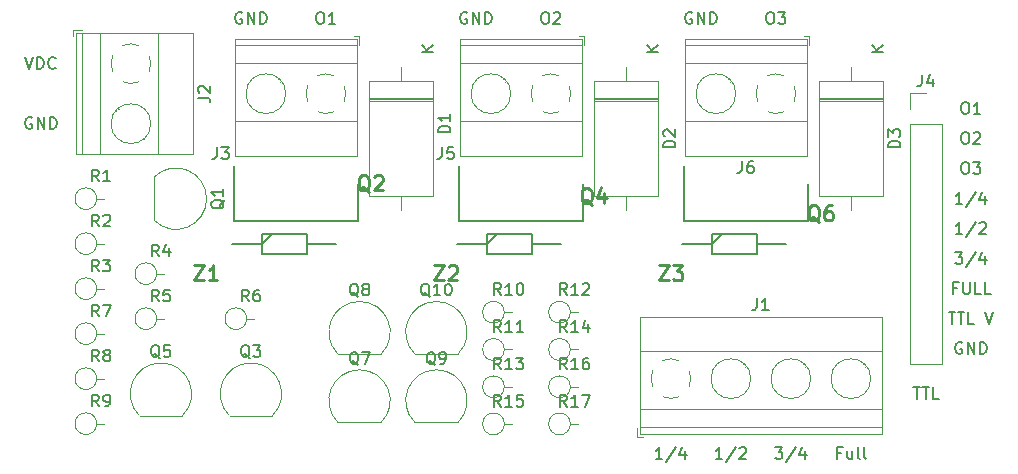
<source format=gbr>
%TF.GenerationSoftware,KiCad,Pcbnew,(5.1.9)-1*%
%TF.CreationDate,2021-10-09T19:01:39-07:00*%
%TF.ProjectId,HVAC Moisture Recovery system,48564143-204d-46f6-9973-747572652052,rev?*%
%TF.SameCoordinates,Original*%
%TF.FileFunction,Legend,Top*%
%TF.FilePolarity,Positive*%
%FSLAX46Y46*%
G04 Gerber Fmt 4.6, Leading zero omitted, Abs format (unit mm)*
G04 Created by KiCad (PCBNEW (5.1.9)-1) date 2021-10-09 19:01:39*
%MOMM*%
%LPD*%
G01*
G04 APERTURE LIST*
%ADD10C,0.150000*%
%ADD11C,0.200000*%
%ADD12C,0.120000*%
%ADD13C,0.254000*%
G04 APERTURE END LIST*
D10*
X160718571Y-121372380D02*
X160909047Y-121372380D01*
X161004285Y-121420000D01*
X161099523Y-121515238D01*
X161147142Y-121705714D01*
X161147142Y-122039047D01*
X161099523Y-122229523D01*
X161004285Y-122324761D01*
X160909047Y-122372380D01*
X160718571Y-122372380D01*
X160623333Y-122324761D01*
X160528095Y-122229523D01*
X160480476Y-122039047D01*
X160480476Y-121705714D01*
X160528095Y-121515238D01*
X160623333Y-121420000D01*
X160718571Y-121372380D01*
X162099523Y-122372380D02*
X161528095Y-122372380D01*
X161813809Y-122372380D02*
X161813809Y-121372380D01*
X161718571Y-121515238D01*
X161623333Y-121610476D01*
X161528095Y-121658095D01*
X160718571Y-123912380D02*
X160909047Y-123912380D01*
X161004285Y-123960000D01*
X161099523Y-124055238D01*
X161147142Y-124245714D01*
X161147142Y-124579047D01*
X161099523Y-124769523D01*
X161004285Y-124864761D01*
X160909047Y-124912380D01*
X160718571Y-124912380D01*
X160623333Y-124864761D01*
X160528095Y-124769523D01*
X160480476Y-124579047D01*
X160480476Y-124245714D01*
X160528095Y-124055238D01*
X160623333Y-123960000D01*
X160718571Y-123912380D01*
X161528095Y-124007619D02*
X161575714Y-123960000D01*
X161670952Y-123912380D01*
X161909047Y-123912380D01*
X162004285Y-123960000D01*
X162051904Y-124007619D01*
X162099523Y-124102857D01*
X162099523Y-124198095D01*
X162051904Y-124340952D01*
X161480476Y-124912380D01*
X162099523Y-124912380D01*
X160718571Y-126452380D02*
X160909047Y-126452380D01*
X161004285Y-126500000D01*
X161099523Y-126595238D01*
X161147142Y-126785714D01*
X161147142Y-127119047D01*
X161099523Y-127309523D01*
X161004285Y-127404761D01*
X160909047Y-127452380D01*
X160718571Y-127452380D01*
X160623333Y-127404761D01*
X160528095Y-127309523D01*
X160480476Y-127119047D01*
X160480476Y-126785714D01*
X160528095Y-126595238D01*
X160623333Y-126500000D01*
X160718571Y-126452380D01*
X161480476Y-126452380D02*
X162099523Y-126452380D01*
X161766190Y-126833333D01*
X161909047Y-126833333D01*
X162004285Y-126880952D01*
X162051904Y-126928571D01*
X162099523Y-127023809D01*
X162099523Y-127261904D01*
X162051904Y-127357142D01*
X162004285Y-127404761D01*
X161909047Y-127452380D01*
X161623333Y-127452380D01*
X161528095Y-127404761D01*
X161480476Y-127357142D01*
X160575714Y-132532380D02*
X160004285Y-132532380D01*
X160290000Y-132532380D02*
X160290000Y-131532380D01*
X160194761Y-131675238D01*
X160099523Y-131770476D01*
X160004285Y-131818095D01*
X161718571Y-131484761D02*
X160861428Y-132770476D01*
X162004285Y-131627619D02*
X162051904Y-131580000D01*
X162147142Y-131532380D01*
X162385238Y-131532380D01*
X162480476Y-131580000D01*
X162528095Y-131627619D01*
X162575714Y-131722857D01*
X162575714Y-131818095D01*
X162528095Y-131960952D01*
X161956666Y-132532380D01*
X162575714Y-132532380D01*
X160575714Y-129992380D02*
X160004285Y-129992380D01*
X160290000Y-129992380D02*
X160290000Y-128992380D01*
X160194761Y-129135238D01*
X160099523Y-129230476D01*
X160004285Y-129278095D01*
X161718571Y-128944761D02*
X160861428Y-130230476D01*
X162480476Y-129325714D02*
X162480476Y-129992380D01*
X162242380Y-128944761D02*
X162004285Y-129659047D01*
X162623333Y-129659047D01*
X159956666Y-134072380D02*
X160575714Y-134072380D01*
X160242380Y-134453333D01*
X160385238Y-134453333D01*
X160480476Y-134500952D01*
X160528095Y-134548571D01*
X160575714Y-134643809D01*
X160575714Y-134881904D01*
X160528095Y-134977142D01*
X160480476Y-135024761D01*
X160385238Y-135072380D01*
X160099523Y-135072380D01*
X160004285Y-135024761D01*
X159956666Y-134977142D01*
X161718571Y-134024761D02*
X160861428Y-135310476D01*
X162480476Y-134405714D02*
X162480476Y-135072380D01*
X162242380Y-134024761D02*
X162004285Y-134739047D01*
X162623333Y-134739047D01*
X160099523Y-137088571D02*
X159766190Y-137088571D01*
X159766190Y-137612380D02*
X159766190Y-136612380D01*
X160242380Y-136612380D01*
X160623333Y-136612380D02*
X160623333Y-137421904D01*
X160670952Y-137517142D01*
X160718571Y-137564761D01*
X160813809Y-137612380D01*
X161004285Y-137612380D01*
X161099523Y-137564761D01*
X161147142Y-137517142D01*
X161194761Y-137421904D01*
X161194761Y-136612380D01*
X162147142Y-137612380D02*
X161670952Y-137612380D01*
X161670952Y-136612380D01*
X162956666Y-137612380D02*
X162480476Y-137612380D01*
X162480476Y-136612380D01*
X159409047Y-139152380D02*
X159980476Y-139152380D01*
X159694761Y-140152380D02*
X159694761Y-139152380D01*
X160170952Y-139152380D02*
X160742380Y-139152380D01*
X160456666Y-140152380D02*
X160456666Y-139152380D01*
X161551904Y-140152380D02*
X161075714Y-140152380D01*
X161075714Y-139152380D01*
X162504285Y-139152380D02*
X162837619Y-140152380D01*
X163170952Y-139152380D01*
X160528095Y-141740000D02*
X160432857Y-141692380D01*
X160290000Y-141692380D01*
X160147142Y-141740000D01*
X160051904Y-141835238D01*
X160004285Y-141930476D01*
X159956666Y-142120952D01*
X159956666Y-142263809D01*
X160004285Y-142454285D01*
X160051904Y-142549523D01*
X160147142Y-142644761D01*
X160290000Y-142692380D01*
X160385238Y-142692380D01*
X160528095Y-142644761D01*
X160575714Y-142597142D01*
X160575714Y-142263809D01*
X160385238Y-142263809D01*
X161004285Y-142692380D02*
X161004285Y-141692380D01*
X161575714Y-142692380D01*
X161575714Y-141692380D01*
X162051904Y-142692380D02*
X162051904Y-141692380D01*
X162290000Y-141692380D01*
X162432857Y-141740000D01*
X162528095Y-141835238D01*
X162575714Y-141930476D01*
X162623333Y-142120952D01*
X162623333Y-142263809D01*
X162575714Y-142454285D01*
X162528095Y-142549523D01*
X162432857Y-142644761D01*
X162290000Y-142692380D01*
X162051904Y-142692380D01*
X156408571Y-145502380D02*
X156980000Y-145502380D01*
X156694285Y-146502380D02*
X156694285Y-145502380D01*
X157170476Y-145502380D02*
X157741904Y-145502380D01*
X157456190Y-146502380D02*
X157456190Y-145502380D01*
X158551428Y-146502380D02*
X158075238Y-146502380D01*
X158075238Y-145502380D01*
X144208571Y-113752380D02*
X144399047Y-113752380D01*
X144494285Y-113800000D01*
X144589523Y-113895238D01*
X144637142Y-114085714D01*
X144637142Y-114419047D01*
X144589523Y-114609523D01*
X144494285Y-114704761D01*
X144399047Y-114752380D01*
X144208571Y-114752380D01*
X144113333Y-114704761D01*
X144018095Y-114609523D01*
X143970476Y-114419047D01*
X143970476Y-114085714D01*
X144018095Y-113895238D01*
X144113333Y-113800000D01*
X144208571Y-113752380D01*
X144970476Y-113752380D02*
X145589523Y-113752380D01*
X145256190Y-114133333D01*
X145399047Y-114133333D01*
X145494285Y-114180952D01*
X145541904Y-114228571D01*
X145589523Y-114323809D01*
X145589523Y-114561904D01*
X145541904Y-114657142D01*
X145494285Y-114704761D01*
X145399047Y-114752380D01*
X145113333Y-114752380D01*
X145018095Y-114704761D01*
X144970476Y-114657142D01*
X125158571Y-113752380D02*
X125349047Y-113752380D01*
X125444285Y-113800000D01*
X125539523Y-113895238D01*
X125587142Y-114085714D01*
X125587142Y-114419047D01*
X125539523Y-114609523D01*
X125444285Y-114704761D01*
X125349047Y-114752380D01*
X125158571Y-114752380D01*
X125063333Y-114704761D01*
X124968095Y-114609523D01*
X124920476Y-114419047D01*
X124920476Y-114085714D01*
X124968095Y-113895238D01*
X125063333Y-113800000D01*
X125158571Y-113752380D01*
X125968095Y-113847619D02*
X126015714Y-113800000D01*
X126110952Y-113752380D01*
X126349047Y-113752380D01*
X126444285Y-113800000D01*
X126491904Y-113847619D01*
X126539523Y-113942857D01*
X126539523Y-114038095D01*
X126491904Y-114180952D01*
X125920476Y-114752380D01*
X126539523Y-114752380D01*
X106108571Y-113752380D02*
X106299047Y-113752380D01*
X106394285Y-113800000D01*
X106489523Y-113895238D01*
X106537142Y-114085714D01*
X106537142Y-114419047D01*
X106489523Y-114609523D01*
X106394285Y-114704761D01*
X106299047Y-114752380D01*
X106108571Y-114752380D01*
X106013333Y-114704761D01*
X105918095Y-114609523D01*
X105870476Y-114419047D01*
X105870476Y-114085714D01*
X105918095Y-113895238D01*
X106013333Y-113800000D01*
X106108571Y-113752380D01*
X107489523Y-114752380D02*
X106918095Y-114752380D01*
X107203809Y-114752380D02*
X107203809Y-113752380D01*
X107108571Y-113895238D01*
X107013333Y-113990476D01*
X106918095Y-114038095D01*
X137668095Y-113800000D02*
X137572857Y-113752380D01*
X137430000Y-113752380D01*
X137287142Y-113800000D01*
X137191904Y-113895238D01*
X137144285Y-113990476D01*
X137096666Y-114180952D01*
X137096666Y-114323809D01*
X137144285Y-114514285D01*
X137191904Y-114609523D01*
X137287142Y-114704761D01*
X137430000Y-114752380D01*
X137525238Y-114752380D01*
X137668095Y-114704761D01*
X137715714Y-114657142D01*
X137715714Y-114323809D01*
X137525238Y-114323809D01*
X138144285Y-114752380D02*
X138144285Y-113752380D01*
X138715714Y-114752380D01*
X138715714Y-113752380D01*
X139191904Y-114752380D02*
X139191904Y-113752380D01*
X139430000Y-113752380D01*
X139572857Y-113800000D01*
X139668095Y-113895238D01*
X139715714Y-113990476D01*
X139763333Y-114180952D01*
X139763333Y-114323809D01*
X139715714Y-114514285D01*
X139668095Y-114609523D01*
X139572857Y-114704761D01*
X139430000Y-114752380D01*
X139191904Y-114752380D01*
X118618095Y-113800000D02*
X118522857Y-113752380D01*
X118380000Y-113752380D01*
X118237142Y-113800000D01*
X118141904Y-113895238D01*
X118094285Y-113990476D01*
X118046666Y-114180952D01*
X118046666Y-114323809D01*
X118094285Y-114514285D01*
X118141904Y-114609523D01*
X118237142Y-114704761D01*
X118380000Y-114752380D01*
X118475238Y-114752380D01*
X118618095Y-114704761D01*
X118665714Y-114657142D01*
X118665714Y-114323809D01*
X118475238Y-114323809D01*
X119094285Y-114752380D02*
X119094285Y-113752380D01*
X119665714Y-114752380D01*
X119665714Y-113752380D01*
X120141904Y-114752380D02*
X120141904Y-113752380D01*
X120380000Y-113752380D01*
X120522857Y-113800000D01*
X120618095Y-113895238D01*
X120665714Y-113990476D01*
X120713333Y-114180952D01*
X120713333Y-114323809D01*
X120665714Y-114514285D01*
X120618095Y-114609523D01*
X120522857Y-114704761D01*
X120380000Y-114752380D01*
X120141904Y-114752380D01*
X99568095Y-113800000D02*
X99472857Y-113752380D01*
X99330000Y-113752380D01*
X99187142Y-113800000D01*
X99091904Y-113895238D01*
X99044285Y-113990476D01*
X98996666Y-114180952D01*
X98996666Y-114323809D01*
X99044285Y-114514285D01*
X99091904Y-114609523D01*
X99187142Y-114704761D01*
X99330000Y-114752380D01*
X99425238Y-114752380D01*
X99568095Y-114704761D01*
X99615714Y-114657142D01*
X99615714Y-114323809D01*
X99425238Y-114323809D01*
X100044285Y-114752380D02*
X100044285Y-113752380D01*
X100615714Y-114752380D01*
X100615714Y-113752380D01*
X101091904Y-114752380D02*
X101091904Y-113752380D01*
X101330000Y-113752380D01*
X101472857Y-113800000D01*
X101568095Y-113895238D01*
X101615714Y-113990476D01*
X101663333Y-114180952D01*
X101663333Y-114323809D01*
X101615714Y-114514285D01*
X101568095Y-114609523D01*
X101472857Y-114704761D01*
X101330000Y-114752380D01*
X101091904Y-114752380D01*
X150296666Y-151058571D02*
X149963333Y-151058571D01*
X149963333Y-151582380D02*
X149963333Y-150582380D01*
X150439523Y-150582380D01*
X151249047Y-150915714D02*
X151249047Y-151582380D01*
X150820476Y-150915714D02*
X150820476Y-151439523D01*
X150868095Y-151534761D01*
X150963333Y-151582380D01*
X151106190Y-151582380D01*
X151201428Y-151534761D01*
X151249047Y-151487142D01*
X151868095Y-151582380D02*
X151772857Y-151534761D01*
X151725238Y-151439523D01*
X151725238Y-150582380D01*
X152391904Y-151582380D02*
X152296666Y-151534761D01*
X152249047Y-151439523D01*
X152249047Y-150582380D01*
X144716666Y-150582380D02*
X145335714Y-150582380D01*
X145002380Y-150963333D01*
X145145238Y-150963333D01*
X145240476Y-151010952D01*
X145288095Y-151058571D01*
X145335714Y-151153809D01*
X145335714Y-151391904D01*
X145288095Y-151487142D01*
X145240476Y-151534761D01*
X145145238Y-151582380D01*
X144859523Y-151582380D01*
X144764285Y-151534761D01*
X144716666Y-151487142D01*
X146478571Y-150534761D02*
X145621428Y-151820476D01*
X147240476Y-150915714D02*
X147240476Y-151582380D01*
X147002380Y-150534761D02*
X146764285Y-151249047D01*
X147383333Y-151249047D01*
X140255714Y-151582380D02*
X139684285Y-151582380D01*
X139970000Y-151582380D02*
X139970000Y-150582380D01*
X139874761Y-150725238D01*
X139779523Y-150820476D01*
X139684285Y-150868095D01*
X141398571Y-150534761D02*
X140541428Y-151820476D01*
X141684285Y-150677619D02*
X141731904Y-150630000D01*
X141827142Y-150582380D01*
X142065238Y-150582380D01*
X142160476Y-150630000D01*
X142208095Y-150677619D01*
X142255714Y-150772857D01*
X142255714Y-150868095D01*
X142208095Y-151010952D01*
X141636666Y-151582380D01*
X142255714Y-151582380D01*
X135175714Y-151582380D02*
X134604285Y-151582380D01*
X134890000Y-151582380D02*
X134890000Y-150582380D01*
X134794761Y-150725238D01*
X134699523Y-150820476D01*
X134604285Y-150868095D01*
X136318571Y-150534761D02*
X135461428Y-151820476D01*
X137080476Y-150915714D02*
X137080476Y-151582380D01*
X136842380Y-150534761D02*
X136604285Y-151249047D01*
X137223333Y-151249047D01*
X81788095Y-122690000D02*
X81692857Y-122642380D01*
X81550000Y-122642380D01*
X81407142Y-122690000D01*
X81311904Y-122785238D01*
X81264285Y-122880476D01*
X81216666Y-123070952D01*
X81216666Y-123213809D01*
X81264285Y-123404285D01*
X81311904Y-123499523D01*
X81407142Y-123594761D01*
X81550000Y-123642380D01*
X81645238Y-123642380D01*
X81788095Y-123594761D01*
X81835714Y-123547142D01*
X81835714Y-123213809D01*
X81645238Y-123213809D01*
X82264285Y-123642380D02*
X82264285Y-122642380D01*
X82835714Y-123642380D01*
X82835714Y-122642380D01*
X83311904Y-123642380D02*
X83311904Y-122642380D01*
X83550000Y-122642380D01*
X83692857Y-122690000D01*
X83788095Y-122785238D01*
X83835714Y-122880476D01*
X83883333Y-123070952D01*
X83883333Y-123213809D01*
X83835714Y-123404285D01*
X83788095Y-123499523D01*
X83692857Y-123594761D01*
X83550000Y-123642380D01*
X83311904Y-123642380D01*
X81216666Y-117562380D02*
X81550000Y-118562380D01*
X81883333Y-117562380D01*
X82216666Y-118562380D02*
X82216666Y-117562380D01*
X82454761Y-117562380D01*
X82597619Y-117610000D01*
X82692857Y-117705238D01*
X82740476Y-117800476D01*
X82788095Y-117990952D01*
X82788095Y-118133809D01*
X82740476Y-118324285D01*
X82692857Y-118419523D01*
X82597619Y-118514761D01*
X82454761Y-118562380D01*
X82216666Y-118562380D01*
X83788095Y-118467142D02*
X83740476Y-118514761D01*
X83597619Y-118562380D01*
X83502380Y-118562380D01*
X83359523Y-118514761D01*
X83264285Y-118419523D01*
X83216666Y-118324285D01*
X83169047Y-118133809D01*
X83169047Y-117990952D01*
X83216666Y-117800476D01*
X83264285Y-117705238D01*
X83359523Y-117610000D01*
X83502380Y-117562380D01*
X83597619Y-117562380D01*
X83740476Y-117610000D01*
X83788095Y-117657619D01*
D11*
%TO.C,Z3*%
X139338000Y-132490000D02*
X143142000Y-132490000D01*
X143142000Y-132490000D02*
X143142000Y-134210000D01*
X143142000Y-134210000D02*
X139338000Y-134210000D01*
X139338000Y-134210000D02*
X139338000Y-132490000D01*
X139338000Y-133350000D02*
X140198000Y-132490000D01*
X136815000Y-133350000D02*
X139338000Y-133350000D01*
X143142000Y-133350000D02*
X145665000Y-133350000D01*
%TO.C,Z2*%
X120288000Y-132490000D02*
X124092000Y-132490000D01*
X124092000Y-132490000D02*
X124092000Y-134210000D01*
X124092000Y-134210000D02*
X120288000Y-134210000D01*
X120288000Y-134210000D02*
X120288000Y-132490000D01*
X120288000Y-133350000D02*
X121148000Y-132490000D01*
X117765000Y-133350000D02*
X120288000Y-133350000D01*
X124092000Y-133350000D02*
X126615000Y-133350000D01*
%TO.C,Z1*%
X101238000Y-132490000D02*
X105042000Y-132490000D01*
X105042000Y-132490000D02*
X105042000Y-134210000D01*
X105042000Y-134210000D02*
X101238000Y-134210000D01*
X101238000Y-134210000D02*
X101238000Y-132490000D01*
X101238000Y-133350000D02*
X102098000Y-132490000D01*
X98715000Y-133350000D02*
X101238000Y-133350000D01*
X105042000Y-133350000D02*
X107565000Y-133350000D01*
%TO.C,Q6*%
X136970000Y-126775000D02*
X136970000Y-131465000D01*
X136970000Y-131465000D02*
X147510000Y-131465000D01*
X147510000Y-131465000D02*
X147510000Y-128270000D01*
%TO.C,Q4*%
X117920000Y-126775000D02*
X117920000Y-131465000D01*
X117920000Y-131465000D02*
X128460000Y-131465000D01*
X128460000Y-131465000D02*
X128460000Y-128270000D01*
%TO.C,Q2*%
X98870000Y-126775000D02*
X98870000Y-131465000D01*
X98870000Y-131465000D02*
X109410000Y-131465000D01*
X109410000Y-131465000D02*
X109410000Y-128270000D01*
D12*
%TO.C,J2*%
X88489747Y-118138805D02*
G75*
G02*
X88635000Y-117426000I1680253J28805D01*
G01*
X89486958Y-116574574D02*
G75*
G02*
X90854000Y-116575000I683042J-1535426D01*
G01*
X91705426Y-117426958D02*
G75*
G02*
X91705000Y-118794000I-1535426J-683042D01*
G01*
X90853042Y-119645426D02*
G75*
G02*
X89486000Y-119645000I-683042J1535426D01*
G01*
X88635244Y-118793318D02*
G75*
G02*
X88490000Y-118110000I1534756J683318D01*
G01*
X91850000Y-123190000D02*
G75*
G03*
X91850000Y-123190000I-1680000J0D01*
G01*
X86070000Y-115510000D02*
X86070000Y-125790000D01*
X87570000Y-115510000D02*
X87570000Y-125790000D01*
X92471000Y-115510000D02*
X92471000Y-125790000D01*
X95431000Y-115510000D02*
X95431000Y-125790000D01*
X85510000Y-115510000D02*
X85510000Y-125790000D01*
X95431000Y-115510000D02*
X85510000Y-115510000D01*
X95431000Y-125790000D02*
X85510000Y-125790000D01*
X91239000Y-124465000D02*
X91193000Y-124418000D01*
X88931000Y-122156000D02*
X88896000Y-122121000D01*
X91445000Y-124260000D02*
X91409000Y-124225000D01*
X89147000Y-121963000D02*
X89101000Y-121916000D01*
X86010000Y-115270000D02*
X85270000Y-115270000D01*
X85270000Y-115270000D02*
X85270000Y-115770000D01*
%TO.C,J4*%
X156150000Y-143570000D02*
X158810000Y-143570000D01*
X156150000Y-123190000D02*
X156150000Y-143570000D01*
X158810000Y-123190000D02*
X158810000Y-143570000D01*
X156150000Y-123190000D02*
X158810000Y-123190000D01*
X156150000Y-121920000D02*
X156150000Y-120590000D01*
X156150000Y-120590000D02*
X157480000Y-120590000D01*
%TO.C,J1*%
X135918805Y-146460253D02*
G75*
G02*
X135206000Y-146315000I-28805J1680253D01*
G01*
X134354574Y-145463042D02*
G75*
G02*
X134355000Y-144096000I1535426J683042D01*
G01*
X135206958Y-143244574D02*
G75*
G02*
X136574000Y-143245000I683042J-1535426D01*
G01*
X137425426Y-144096958D02*
G75*
G02*
X137425000Y-145464000I-1535426J-683042D01*
G01*
X136573318Y-146314756D02*
G75*
G02*
X135890000Y-146460000I-683318J1534756D01*
G01*
X142650000Y-144780000D02*
G75*
G03*
X142650000Y-144780000I-1680000J0D01*
G01*
X147730000Y-144780000D02*
G75*
G03*
X147730000Y-144780000I-1680000J0D01*
G01*
X152810000Y-144780000D02*
G75*
G03*
X152810000Y-144780000I-1680000J0D01*
G01*
X133290000Y-148880000D02*
X153730000Y-148880000D01*
X133290000Y-147380000D02*
X153730000Y-147380000D01*
X133290000Y-142479000D02*
X153730000Y-142479000D01*
X133290000Y-139519000D02*
X153730000Y-139519000D01*
X133290000Y-149440000D02*
X153730000Y-149440000D01*
X133290000Y-139519000D02*
X133290000Y-149440000D01*
X153730000Y-139519000D02*
X153730000Y-149440000D01*
X142245000Y-143711000D02*
X142198000Y-143757000D01*
X139936000Y-146019000D02*
X139901000Y-146054000D01*
X142040000Y-143505000D02*
X142005000Y-143541000D01*
X139743000Y-145803000D02*
X139696000Y-145849000D01*
X147325000Y-143711000D02*
X147278000Y-143757000D01*
X145016000Y-146019000D02*
X144981000Y-146054000D01*
X147120000Y-143505000D02*
X147085000Y-143541000D01*
X144823000Y-145803000D02*
X144776000Y-145849000D01*
X152405000Y-143711000D02*
X152358000Y-143757000D01*
X150096000Y-146019000D02*
X150061000Y-146054000D01*
X152200000Y-143505000D02*
X152165000Y-143541000D01*
X149903000Y-145803000D02*
X149856000Y-145849000D01*
X133050000Y-148940000D02*
X133050000Y-149680000D01*
X133050000Y-149680000D02*
X133550000Y-149680000D01*
%TO.C,R17*%
X127380000Y-148610000D02*
G75*
G03*
X127380000Y-148610000I-920000J0D01*
G01*
X127380000Y-148610000D02*
X128000000Y-148610000D01*
%TO.C,R16*%
X127380000Y-145460000D02*
G75*
G03*
X127380000Y-145460000I-920000J0D01*
G01*
X127380000Y-145460000D02*
X128000000Y-145460000D01*
%TO.C,R15*%
X121790000Y-148610000D02*
G75*
G03*
X121790000Y-148610000I-920000J0D01*
G01*
X121790000Y-148610000D02*
X122410000Y-148610000D01*
%TO.C,R14*%
X127380000Y-142310000D02*
G75*
G03*
X127380000Y-142310000I-920000J0D01*
G01*
X127380000Y-142310000D02*
X128000000Y-142310000D01*
%TO.C,R13*%
X121790000Y-145460000D02*
G75*
G03*
X121790000Y-145460000I-920000J0D01*
G01*
X121790000Y-145460000D02*
X122410000Y-145460000D01*
%TO.C,R12*%
X127380000Y-139160000D02*
G75*
G03*
X127380000Y-139160000I-920000J0D01*
G01*
X127380000Y-139160000D02*
X128000000Y-139160000D01*
%TO.C,R11*%
X121790000Y-142310000D02*
G75*
G03*
X121790000Y-142310000I-920000J0D01*
G01*
X121790000Y-142310000D02*
X122410000Y-142310000D01*
%TO.C,R10*%
X121790000Y-139160000D02*
G75*
G03*
X121790000Y-139160000I-920000J0D01*
G01*
X121790000Y-139160000D02*
X122410000Y-139160000D01*
%TO.C,R9*%
X87280000Y-148590000D02*
G75*
G03*
X87280000Y-148590000I-920000J0D01*
G01*
X87280000Y-148590000D02*
X87900000Y-148590000D01*
%TO.C,R8*%
X87280000Y-144780000D02*
G75*
G03*
X87280000Y-144780000I-920000J0D01*
G01*
X87280000Y-144780000D02*
X87900000Y-144780000D01*
%TO.C,R7*%
X87280000Y-140970000D02*
G75*
G03*
X87280000Y-140970000I-920000J0D01*
G01*
X87280000Y-140970000D02*
X87900000Y-140970000D01*
%TO.C,R6*%
X99980000Y-139700000D02*
G75*
G03*
X99980000Y-139700000I-920000J0D01*
G01*
X99980000Y-139700000D02*
X100600000Y-139700000D01*
%TO.C,R5*%
X92360000Y-139700000D02*
G75*
G03*
X92360000Y-139700000I-920000J0D01*
G01*
X92360000Y-139700000D02*
X92980000Y-139700000D01*
%TO.C,R4*%
X92360000Y-135890000D02*
G75*
G03*
X92360000Y-135890000I-920000J0D01*
G01*
X92360000Y-135890000D02*
X92980000Y-135890000D01*
%TO.C,R3*%
X87280000Y-137160000D02*
G75*
G03*
X87280000Y-137160000I-920000J0D01*
G01*
X87280000Y-137160000D02*
X87900000Y-137160000D01*
%TO.C,R2*%
X87280000Y-133350000D02*
G75*
G03*
X87280000Y-133350000I-920000J0D01*
G01*
X87280000Y-133350000D02*
X87900000Y-133350000D01*
%TO.C,R1*%
X87280000Y-129540000D02*
G75*
G03*
X87280000Y-129540000I-920000J0D01*
G01*
X87280000Y-129540000D02*
X87900000Y-129540000D01*
%TO.C,Q10*%
X117878478Y-142678478D02*
G75*
G03*
X116040000Y-138240000I-1838478J1838478D01*
G01*
X114201522Y-142678478D02*
G75*
G02*
X116040000Y-138240000I1838478J1838478D01*
G01*
X114240000Y-142690000D02*
X117840000Y-142690000D01*
%TO.C,Q9*%
X117878478Y-148468478D02*
G75*
G03*
X116040000Y-144030000I-1838478J1838478D01*
G01*
X114201522Y-148468478D02*
G75*
G02*
X116040000Y-144030000I1838478J1838478D01*
G01*
X114240000Y-148480000D02*
X117840000Y-148480000D01*
%TO.C,Q8*%
X111368478Y-142678478D02*
G75*
G03*
X109530000Y-138240000I-1838478J1838478D01*
G01*
X107691522Y-142678478D02*
G75*
G02*
X109530000Y-138240000I1838478J1838478D01*
G01*
X107730000Y-142690000D02*
X111330000Y-142690000D01*
%TO.C,Q7*%
X111368478Y-148468478D02*
G75*
G03*
X109530000Y-144030000I-1838478J1838478D01*
G01*
X107691522Y-148468478D02*
G75*
G02*
X109530000Y-144030000I1838478J1838478D01*
G01*
X107730000Y-148480000D02*
X111330000Y-148480000D01*
%TO.C,Q5*%
X94548478Y-147888478D02*
G75*
G03*
X92710000Y-143450000I-1838478J1838478D01*
G01*
X90871522Y-147888478D02*
G75*
G02*
X92710000Y-143450000I1838478J1838478D01*
G01*
X90910000Y-147900000D02*
X94510000Y-147900000D01*
%TO.C,Q3*%
X102168478Y-147888478D02*
G75*
G03*
X100330000Y-143450000I-1838478J1838478D01*
G01*
X98491522Y-147888478D02*
G75*
G02*
X100330000Y-143450000I1838478J1838478D01*
G01*
X98530000Y-147900000D02*
X102130000Y-147900000D01*
%TO.C,Q1*%
X92141522Y-131378478D02*
G75*
G03*
X96580000Y-129540000I1838478J1838478D01*
G01*
X92141522Y-127701522D02*
G75*
G02*
X96580000Y-129540000I1838478J-1838478D01*
G01*
X92130000Y-127740000D02*
X92130000Y-131340000D01*
%TO.C,J6*%
X144751195Y-118969747D02*
G75*
G02*
X145464000Y-119115000I28805J-1680253D01*
G01*
X146315426Y-119966958D02*
G75*
G02*
X146315000Y-121334000I-1535426J-683042D01*
G01*
X145463042Y-122185426D02*
G75*
G02*
X144096000Y-122185000I-683042J1535426D01*
G01*
X143244574Y-121333042D02*
G75*
G02*
X143245000Y-119966000I1535426J683042D01*
G01*
X144096682Y-119115244D02*
G75*
G02*
X144780000Y-118970000I683318J-1534756D01*
G01*
X141380000Y-120650000D02*
G75*
G03*
X141380000Y-120650000I-1680000J0D01*
G01*
X147380000Y-116550000D02*
X137100000Y-116550000D01*
X147380000Y-118050000D02*
X137100000Y-118050000D01*
X147380000Y-122951000D02*
X137100000Y-122951000D01*
X147380000Y-125911000D02*
X137100000Y-125911000D01*
X147380000Y-115990000D02*
X137100000Y-115990000D01*
X147380000Y-125911000D02*
X147380000Y-115990000D01*
X137100000Y-125911000D02*
X137100000Y-115990000D01*
X138425000Y-121719000D02*
X138472000Y-121673000D01*
X140734000Y-119411000D02*
X140769000Y-119376000D01*
X138630000Y-121925000D02*
X138665000Y-121889000D01*
X140927000Y-119627000D02*
X140974000Y-119581000D01*
X147620000Y-116490000D02*
X147620000Y-115750000D01*
X147620000Y-115750000D02*
X147120000Y-115750000D01*
%TO.C,J5*%
X125701195Y-118969747D02*
G75*
G02*
X126414000Y-119115000I28805J-1680253D01*
G01*
X127265426Y-119966958D02*
G75*
G02*
X127265000Y-121334000I-1535426J-683042D01*
G01*
X126413042Y-122185426D02*
G75*
G02*
X125046000Y-122185000I-683042J1535426D01*
G01*
X124194574Y-121333042D02*
G75*
G02*
X124195000Y-119966000I1535426J683042D01*
G01*
X125046682Y-119115244D02*
G75*
G02*
X125730000Y-118970000I683318J-1534756D01*
G01*
X122330000Y-120650000D02*
G75*
G03*
X122330000Y-120650000I-1680000J0D01*
G01*
X128330000Y-116550000D02*
X118050000Y-116550000D01*
X128330000Y-118050000D02*
X118050000Y-118050000D01*
X128330000Y-122951000D02*
X118050000Y-122951000D01*
X128330000Y-125911000D02*
X118050000Y-125911000D01*
X128330000Y-115990000D02*
X118050000Y-115990000D01*
X128330000Y-125911000D02*
X128330000Y-115990000D01*
X118050000Y-125911000D02*
X118050000Y-115990000D01*
X119375000Y-121719000D02*
X119422000Y-121673000D01*
X121684000Y-119411000D02*
X121719000Y-119376000D01*
X119580000Y-121925000D02*
X119615000Y-121889000D01*
X121877000Y-119627000D02*
X121924000Y-119581000D01*
X128570000Y-116490000D02*
X128570000Y-115750000D01*
X128570000Y-115750000D02*
X128070000Y-115750000D01*
%TO.C,J3*%
X106651195Y-118969747D02*
G75*
G02*
X107364000Y-119115000I28805J-1680253D01*
G01*
X108215426Y-119966958D02*
G75*
G02*
X108215000Y-121334000I-1535426J-683042D01*
G01*
X107363042Y-122185426D02*
G75*
G02*
X105996000Y-122185000I-683042J1535426D01*
G01*
X105144574Y-121333042D02*
G75*
G02*
X105145000Y-119966000I1535426J683042D01*
G01*
X105996682Y-119115244D02*
G75*
G02*
X106680000Y-118970000I683318J-1534756D01*
G01*
X103280000Y-120650000D02*
G75*
G03*
X103280000Y-120650000I-1680000J0D01*
G01*
X109280000Y-116550000D02*
X99000000Y-116550000D01*
X109280000Y-118050000D02*
X99000000Y-118050000D01*
X109280000Y-122951000D02*
X99000000Y-122951000D01*
X109280000Y-125911000D02*
X99000000Y-125911000D01*
X109280000Y-115990000D02*
X99000000Y-115990000D01*
X109280000Y-125911000D02*
X109280000Y-115990000D01*
X99000000Y-125911000D02*
X99000000Y-115990000D01*
X100325000Y-121719000D02*
X100372000Y-121673000D01*
X102634000Y-119411000D02*
X102669000Y-119376000D01*
X100530000Y-121925000D02*
X100565000Y-121889000D01*
X102827000Y-119627000D02*
X102874000Y-119581000D01*
X109520000Y-116490000D02*
X109520000Y-115750000D01*
X109520000Y-115750000D02*
X109020000Y-115750000D01*
%TO.C,D3*%
X153855000Y-119575000D02*
X148405000Y-119575000D01*
X148405000Y-119575000D02*
X148405000Y-129345000D01*
X148405000Y-129345000D02*
X153855000Y-129345000D01*
X153855000Y-129345000D02*
X153855000Y-119575000D01*
X151130000Y-118380000D02*
X151130000Y-119575000D01*
X151130000Y-130540000D02*
X151130000Y-129345000D01*
X153855000Y-121124500D02*
X148405000Y-121124500D01*
X153855000Y-121244500D02*
X148405000Y-121244500D01*
X153855000Y-121004500D02*
X148405000Y-121004500D01*
%TO.C,D2*%
X134805000Y-119575000D02*
X129355000Y-119575000D01*
X129355000Y-119575000D02*
X129355000Y-129345000D01*
X129355000Y-129345000D02*
X134805000Y-129345000D01*
X134805000Y-129345000D02*
X134805000Y-119575000D01*
X132080000Y-118380000D02*
X132080000Y-119575000D01*
X132080000Y-130540000D02*
X132080000Y-129345000D01*
X134805000Y-121124500D02*
X129355000Y-121124500D01*
X134805000Y-121244500D02*
X129355000Y-121244500D01*
X134805000Y-121004500D02*
X129355000Y-121004500D01*
%TO.C,D1*%
X115755000Y-119575000D02*
X110305000Y-119575000D01*
X110305000Y-119575000D02*
X110305000Y-129345000D01*
X110305000Y-129345000D02*
X115755000Y-129345000D01*
X115755000Y-129345000D02*
X115755000Y-119575000D01*
X113030000Y-118380000D02*
X113030000Y-119575000D01*
X113030000Y-130540000D02*
X113030000Y-129345000D01*
X115755000Y-121124500D02*
X110305000Y-121124500D01*
X115755000Y-121244500D02*
X110305000Y-121244500D01*
X115755000Y-121004500D02*
X110305000Y-121004500D01*
%TO.C,Z3*%
D13*
X134861904Y-135194523D02*
X135708571Y-135194523D01*
X134861904Y-136464523D01*
X135708571Y-136464523D01*
X136071428Y-135194523D02*
X136857619Y-135194523D01*
X136434285Y-135678333D01*
X136615714Y-135678333D01*
X136736666Y-135738809D01*
X136797142Y-135799285D01*
X136857619Y-135920238D01*
X136857619Y-136222619D01*
X136797142Y-136343571D01*
X136736666Y-136404047D01*
X136615714Y-136464523D01*
X136252857Y-136464523D01*
X136131904Y-136404047D01*
X136071428Y-136343571D01*
%TO.C,Z2*%
X115811904Y-135194523D02*
X116658571Y-135194523D01*
X115811904Y-136464523D01*
X116658571Y-136464523D01*
X117081904Y-135315476D02*
X117142380Y-135255000D01*
X117263333Y-135194523D01*
X117565714Y-135194523D01*
X117686666Y-135255000D01*
X117747142Y-135315476D01*
X117807619Y-135436428D01*
X117807619Y-135557380D01*
X117747142Y-135738809D01*
X117021428Y-136464523D01*
X117807619Y-136464523D01*
%TO.C,Z1*%
X95491904Y-135194523D02*
X96338571Y-135194523D01*
X95491904Y-136464523D01*
X96338571Y-136464523D01*
X97487619Y-136464523D02*
X96761904Y-136464523D01*
X97124761Y-136464523D02*
X97124761Y-135194523D01*
X97003809Y-135375952D01*
X96882857Y-135496904D01*
X96761904Y-135557380D01*
%TO.C,Q6*%
X148469047Y-131505476D02*
X148348095Y-131445000D01*
X148227142Y-131324047D01*
X148045714Y-131142619D01*
X147924761Y-131082142D01*
X147803809Y-131082142D01*
X147864285Y-131384523D02*
X147743333Y-131324047D01*
X147622380Y-131203095D01*
X147561904Y-130961190D01*
X147561904Y-130537857D01*
X147622380Y-130295952D01*
X147743333Y-130175000D01*
X147864285Y-130114523D01*
X148106190Y-130114523D01*
X148227142Y-130175000D01*
X148348095Y-130295952D01*
X148408571Y-130537857D01*
X148408571Y-130961190D01*
X148348095Y-131203095D01*
X148227142Y-131324047D01*
X148106190Y-131384523D01*
X147864285Y-131384523D01*
X149497142Y-130114523D02*
X149255238Y-130114523D01*
X149134285Y-130175000D01*
X149073809Y-130235476D01*
X148952857Y-130416904D01*
X148892380Y-130658809D01*
X148892380Y-131142619D01*
X148952857Y-131263571D01*
X149013333Y-131324047D01*
X149134285Y-131384523D01*
X149376190Y-131384523D01*
X149497142Y-131324047D01*
X149557619Y-131263571D01*
X149618095Y-131142619D01*
X149618095Y-130840238D01*
X149557619Y-130719285D01*
X149497142Y-130658809D01*
X149376190Y-130598333D01*
X149134285Y-130598333D01*
X149013333Y-130658809D01*
X148952857Y-130719285D01*
X148892380Y-130840238D01*
%TO.C,Q4*%
X129234047Y-130040476D02*
X129113095Y-129980000D01*
X128992142Y-129859047D01*
X128810714Y-129677619D01*
X128689761Y-129617142D01*
X128568809Y-129617142D01*
X128629285Y-129919523D02*
X128508333Y-129859047D01*
X128387380Y-129738095D01*
X128326904Y-129496190D01*
X128326904Y-129072857D01*
X128387380Y-128830952D01*
X128508333Y-128710000D01*
X128629285Y-128649523D01*
X128871190Y-128649523D01*
X128992142Y-128710000D01*
X129113095Y-128830952D01*
X129173571Y-129072857D01*
X129173571Y-129496190D01*
X129113095Y-129738095D01*
X128992142Y-129859047D01*
X128871190Y-129919523D01*
X128629285Y-129919523D01*
X130262142Y-129072857D02*
X130262142Y-129919523D01*
X129959761Y-128589047D02*
X129657380Y-129496190D01*
X130443571Y-129496190D01*
%TO.C,Q2*%
X110369047Y-128965476D02*
X110248095Y-128905000D01*
X110127142Y-128784047D01*
X109945714Y-128602619D01*
X109824761Y-128542142D01*
X109703809Y-128542142D01*
X109764285Y-128844523D02*
X109643333Y-128784047D01*
X109522380Y-128663095D01*
X109461904Y-128421190D01*
X109461904Y-127997857D01*
X109522380Y-127755952D01*
X109643333Y-127635000D01*
X109764285Y-127574523D01*
X110006190Y-127574523D01*
X110127142Y-127635000D01*
X110248095Y-127755952D01*
X110308571Y-127997857D01*
X110308571Y-128421190D01*
X110248095Y-128663095D01*
X110127142Y-128784047D01*
X110006190Y-128844523D01*
X109764285Y-128844523D01*
X110792380Y-127695476D02*
X110852857Y-127635000D01*
X110973809Y-127574523D01*
X111276190Y-127574523D01*
X111397142Y-127635000D01*
X111457619Y-127695476D01*
X111518095Y-127816428D01*
X111518095Y-127937380D01*
X111457619Y-128118809D01*
X110731904Y-128844523D01*
X111518095Y-128844523D01*
%TO.C,J2*%
D10*
X95882380Y-120983333D02*
X96596666Y-120983333D01*
X96739523Y-121030952D01*
X96834761Y-121126190D01*
X96882380Y-121269047D01*
X96882380Y-121364285D01*
X95977619Y-120554761D02*
X95930000Y-120507142D01*
X95882380Y-120411904D01*
X95882380Y-120173809D01*
X95930000Y-120078571D01*
X95977619Y-120030952D01*
X96072857Y-119983333D01*
X96168095Y-119983333D01*
X96310952Y-120030952D01*
X96882380Y-120602380D01*
X96882380Y-119983333D01*
%TO.C,J4*%
X157146666Y-119042380D02*
X157146666Y-119756666D01*
X157099047Y-119899523D01*
X157003809Y-119994761D01*
X156860952Y-120042380D01*
X156765714Y-120042380D01*
X158051428Y-119375714D02*
X158051428Y-120042380D01*
X157813333Y-118994761D02*
X157575238Y-119709047D01*
X158194285Y-119709047D01*
%TO.C,J1*%
X143176666Y-137972380D02*
X143176666Y-138686666D01*
X143129047Y-138829523D01*
X143033809Y-138924761D01*
X142890952Y-138972380D01*
X142795714Y-138972380D01*
X144176666Y-138972380D02*
X143605238Y-138972380D01*
X143890952Y-138972380D02*
X143890952Y-137972380D01*
X143795714Y-138115238D01*
X143700476Y-138210476D01*
X143605238Y-138258095D01*
%TO.C,R17*%
X127087142Y-147142380D02*
X126753809Y-146666190D01*
X126515714Y-147142380D02*
X126515714Y-146142380D01*
X126896666Y-146142380D01*
X126991904Y-146190000D01*
X127039523Y-146237619D01*
X127087142Y-146332857D01*
X127087142Y-146475714D01*
X127039523Y-146570952D01*
X126991904Y-146618571D01*
X126896666Y-146666190D01*
X126515714Y-146666190D01*
X128039523Y-147142380D02*
X127468095Y-147142380D01*
X127753809Y-147142380D02*
X127753809Y-146142380D01*
X127658571Y-146285238D01*
X127563333Y-146380476D01*
X127468095Y-146428095D01*
X128372857Y-146142380D02*
X129039523Y-146142380D01*
X128610952Y-147142380D01*
%TO.C,R16*%
X127087142Y-143992380D02*
X126753809Y-143516190D01*
X126515714Y-143992380D02*
X126515714Y-142992380D01*
X126896666Y-142992380D01*
X126991904Y-143040000D01*
X127039523Y-143087619D01*
X127087142Y-143182857D01*
X127087142Y-143325714D01*
X127039523Y-143420952D01*
X126991904Y-143468571D01*
X126896666Y-143516190D01*
X126515714Y-143516190D01*
X128039523Y-143992380D02*
X127468095Y-143992380D01*
X127753809Y-143992380D02*
X127753809Y-142992380D01*
X127658571Y-143135238D01*
X127563333Y-143230476D01*
X127468095Y-143278095D01*
X128896666Y-142992380D02*
X128706190Y-142992380D01*
X128610952Y-143040000D01*
X128563333Y-143087619D01*
X128468095Y-143230476D01*
X128420476Y-143420952D01*
X128420476Y-143801904D01*
X128468095Y-143897142D01*
X128515714Y-143944761D01*
X128610952Y-143992380D01*
X128801428Y-143992380D01*
X128896666Y-143944761D01*
X128944285Y-143897142D01*
X128991904Y-143801904D01*
X128991904Y-143563809D01*
X128944285Y-143468571D01*
X128896666Y-143420952D01*
X128801428Y-143373333D01*
X128610952Y-143373333D01*
X128515714Y-143420952D01*
X128468095Y-143468571D01*
X128420476Y-143563809D01*
%TO.C,R15*%
X121497142Y-147142380D02*
X121163809Y-146666190D01*
X120925714Y-147142380D02*
X120925714Y-146142380D01*
X121306666Y-146142380D01*
X121401904Y-146190000D01*
X121449523Y-146237619D01*
X121497142Y-146332857D01*
X121497142Y-146475714D01*
X121449523Y-146570952D01*
X121401904Y-146618571D01*
X121306666Y-146666190D01*
X120925714Y-146666190D01*
X122449523Y-147142380D02*
X121878095Y-147142380D01*
X122163809Y-147142380D02*
X122163809Y-146142380D01*
X122068571Y-146285238D01*
X121973333Y-146380476D01*
X121878095Y-146428095D01*
X123354285Y-146142380D02*
X122878095Y-146142380D01*
X122830476Y-146618571D01*
X122878095Y-146570952D01*
X122973333Y-146523333D01*
X123211428Y-146523333D01*
X123306666Y-146570952D01*
X123354285Y-146618571D01*
X123401904Y-146713809D01*
X123401904Y-146951904D01*
X123354285Y-147047142D01*
X123306666Y-147094761D01*
X123211428Y-147142380D01*
X122973333Y-147142380D01*
X122878095Y-147094761D01*
X122830476Y-147047142D01*
%TO.C,R14*%
X127087142Y-140842380D02*
X126753809Y-140366190D01*
X126515714Y-140842380D02*
X126515714Y-139842380D01*
X126896666Y-139842380D01*
X126991904Y-139890000D01*
X127039523Y-139937619D01*
X127087142Y-140032857D01*
X127087142Y-140175714D01*
X127039523Y-140270952D01*
X126991904Y-140318571D01*
X126896666Y-140366190D01*
X126515714Y-140366190D01*
X128039523Y-140842380D02*
X127468095Y-140842380D01*
X127753809Y-140842380D02*
X127753809Y-139842380D01*
X127658571Y-139985238D01*
X127563333Y-140080476D01*
X127468095Y-140128095D01*
X128896666Y-140175714D02*
X128896666Y-140842380D01*
X128658571Y-139794761D02*
X128420476Y-140509047D01*
X129039523Y-140509047D01*
%TO.C,R13*%
X121497142Y-143992380D02*
X121163809Y-143516190D01*
X120925714Y-143992380D02*
X120925714Y-142992380D01*
X121306666Y-142992380D01*
X121401904Y-143040000D01*
X121449523Y-143087619D01*
X121497142Y-143182857D01*
X121497142Y-143325714D01*
X121449523Y-143420952D01*
X121401904Y-143468571D01*
X121306666Y-143516190D01*
X120925714Y-143516190D01*
X122449523Y-143992380D02*
X121878095Y-143992380D01*
X122163809Y-143992380D02*
X122163809Y-142992380D01*
X122068571Y-143135238D01*
X121973333Y-143230476D01*
X121878095Y-143278095D01*
X122782857Y-142992380D02*
X123401904Y-142992380D01*
X123068571Y-143373333D01*
X123211428Y-143373333D01*
X123306666Y-143420952D01*
X123354285Y-143468571D01*
X123401904Y-143563809D01*
X123401904Y-143801904D01*
X123354285Y-143897142D01*
X123306666Y-143944761D01*
X123211428Y-143992380D01*
X122925714Y-143992380D01*
X122830476Y-143944761D01*
X122782857Y-143897142D01*
%TO.C,R12*%
X127087142Y-137692380D02*
X126753809Y-137216190D01*
X126515714Y-137692380D02*
X126515714Y-136692380D01*
X126896666Y-136692380D01*
X126991904Y-136740000D01*
X127039523Y-136787619D01*
X127087142Y-136882857D01*
X127087142Y-137025714D01*
X127039523Y-137120952D01*
X126991904Y-137168571D01*
X126896666Y-137216190D01*
X126515714Y-137216190D01*
X128039523Y-137692380D02*
X127468095Y-137692380D01*
X127753809Y-137692380D02*
X127753809Y-136692380D01*
X127658571Y-136835238D01*
X127563333Y-136930476D01*
X127468095Y-136978095D01*
X128420476Y-136787619D02*
X128468095Y-136740000D01*
X128563333Y-136692380D01*
X128801428Y-136692380D01*
X128896666Y-136740000D01*
X128944285Y-136787619D01*
X128991904Y-136882857D01*
X128991904Y-136978095D01*
X128944285Y-137120952D01*
X128372857Y-137692380D01*
X128991904Y-137692380D01*
%TO.C,R11*%
X121497142Y-140842380D02*
X121163809Y-140366190D01*
X120925714Y-140842380D02*
X120925714Y-139842380D01*
X121306666Y-139842380D01*
X121401904Y-139890000D01*
X121449523Y-139937619D01*
X121497142Y-140032857D01*
X121497142Y-140175714D01*
X121449523Y-140270952D01*
X121401904Y-140318571D01*
X121306666Y-140366190D01*
X120925714Y-140366190D01*
X122449523Y-140842380D02*
X121878095Y-140842380D01*
X122163809Y-140842380D02*
X122163809Y-139842380D01*
X122068571Y-139985238D01*
X121973333Y-140080476D01*
X121878095Y-140128095D01*
X123401904Y-140842380D02*
X122830476Y-140842380D01*
X123116190Y-140842380D02*
X123116190Y-139842380D01*
X123020952Y-139985238D01*
X122925714Y-140080476D01*
X122830476Y-140128095D01*
%TO.C,R10*%
X121497142Y-137692380D02*
X121163809Y-137216190D01*
X120925714Y-137692380D02*
X120925714Y-136692380D01*
X121306666Y-136692380D01*
X121401904Y-136740000D01*
X121449523Y-136787619D01*
X121497142Y-136882857D01*
X121497142Y-137025714D01*
X121449523Y-137120952D01*
X121401904Y-137168571D01*
X121306666Y-137216190D01*
X120925714Y-137216190D01*
X122449523Y-137692380D02*
X121878095Y-137692380D01*
X122163809Y-137692380D02*
X122163809Y-136692380D01*
X122068571Y-136835238D01*
X121973333Y-136930476D01*
X121878095Y-136978095D01*
X123068571Y-136692380D02*
X123163809Y-136692380D01*
X123259047Y-136740000D01*
X123306666Y-136787619D01*
X123354285Y-136882857D01*
X123401904Y-137073333D01*
X123401904Y-137311428D01*
X123354285Y-137501904D01*
X123306666Y-137597142D01*
X123259047Y-137644761D01*
X123163809Y-137692380D01*
X123068571Y-137692380D01*
X122973333Y-137644761D01*
X122925714Y-137597142D01*
X122878095Y-137501904D01*
X122830476Y-137311428D01*
X122830476Y-137073333D01*
X122878095Y-136882857D01*
X122925714Y-136787619D01*
X122973333Y-136740000D01*
X123068571Y-136692380D01*
%TO.C,R9*%
X87463333Y-147122380D02*
X87130000Y-146646190D01*
X86891904Y-147122380D02*
X86891904Y-146122380D01*
X87272857Y-146122380D01*
X87368095Y-146170000D01*
X87415714Y-146217619D01*
X87463333Y-146312857D01*
X87463333Y-146455714D01*
X87415714Y-146550952D01*
X87368095Y-146598571D01*
X87272857Y-146646190D01*
X86891904Y-146646190D01*
X87939523Y-147122380D02*
X88130000Y-147122380D01*
X88225238Y-147074761D01*
X88272857Y-147027142D01*
X88368095Y-146884285D01*
X88415714Y-146693809D01*
X88415714Y-146312857D01*
X88368095Y-146217619D01*
X88320476Y-146170000D01*
X88225238Y-146122380D01*
X88034761Y-146122380D01*
X87939523Y-146170000D01*
X87891904Y-146217619D01*
X87844285Y-146312857D01*
X87844285Y-146550952D01*
X87891904Y-146646190D01*
X87939523Y-146693809D01*
X88034761Y-146741428D01*
X88225238Y-146741428D01*
X88320476Y-146693809D01*
X88368095Y-146646190D01*
X88415714Y-146550952D01*
%TO.C,R8*%
X87463333Y-143312380D02*
X87130000Y-142836190D01*
X86891904Y-143312380D02*
X86891904Y-142312380D01*
X87272857Y-142312380D01*
X87368095Y-142360000D01*
X87415714Y-142407619D01*
X87463333Y-142502857D01*
X87463333Y-142645714D01*
X87415714Y-142740952D01*
X87368095Y-142788571D01*
X87272857Y-142836190D01*
X86891904Y-142836190D01*
X88034761Y-142740952D02*
X87939523Y-142693333D01*
X87891904Y-142645714D01*
X87844285Y-142550476D01*
X87844285Y-142502857D01*
X87891904Y-142407619D01*
X87939523Y-142360000D01*
X88034761Y-142312380D01*
X88225238Y-142312380D01*
X88320476Y-142360000D01*
X88368095Y-142407619D01*
X88415714Y-142502857D01*
X88415714Y-142550476D01*
X88368095Y-142645714D01*
X88320476Y-142693333D01*
X88225238Y-142740952D01*
X88034761Y-142740952D01*
X87939523Y-142788571D01*
X87891904Y-142836190D01*
X87844285Y-142931428D01*
X87844285Y-143121904D01*
X87891904Y-143217142D01*
X87939523Y-143264761D01*
X88034761Y-143312380D01*
X88225238Y-143312380D01*
X88320476Y-143264761D01*
X88368095Y-143217142D01*
X88415714Y-143121904D01*
X88415714Y-142931428D01*
X88368095Y-142836190D01*
X88320476Y-142788571D01*
X88225238Y-142740952D01*
%TO.C,R7*%
X87463333Y-139502380D02*
X87130000Y-139026190D01*
X86891904Y-139502380D02*
X86891904Y-138502380D01*
X87272857Y-138502380D01*
X87368095Y-138550000D01*
X87415714Y-138597619D01*
X87463333Y-138692857D01*
X87463333Y-138835714D01*
X87415714Y-138930952D01*
X87368095Y-138978571D01*
X87272857Y-139026190D01*
X86891904Y-139026190D01*
X87796666Y-138502380D02*
X88463333Y-138502380D01*
X88034761Y-139502380D01*
%TO.C,R6*%
X100163333Y-138232380D02*
X99830000Y-137756190D01*
X99591904Y-138232380D02*
X99591904Y-137232380D01*
X99972857Y-137232380D01*
X100068095Y-137280000D01*
X100115714Y-137327619D01*
X100163333Y-137422857D01*
X100163333Y-137565714D01*
X100115714Y-137660952D01*
X100068095Y-137708571D01*
X99972857Y-137756190D01*
X99591904Y-137756190D01*
X101020476Y-137232380D02*
X100830000Y-137232380D01*
X100734761Y-137280000D01*
X100687142Y-137327619D01*
X100591904Y-137470476D01*
X100544285Y-137660952D01*
X100544285Y-138041904D01*
X100591904Y-138137142D01*
X100639523Y-138184761D01*
X100734761Y-138232380D01*
X100925238Y-138232380D01*
X101020476Y-138184761D01*
X101068095Y-138137142D01*
X101115714Y-138041904D01*
X101115714Y-137803809D01*
X101068095Y-137708571D01*
X101020476Y-137660952D01*
X100925238Y-137613333D01*
X100734761Y-137613333D01*
X100639523Y-137660952D01*
X100591904Y-137708571D01*
X100544285Y-137803809D01*
%TO.C,R5*%
X92543333Y-138232380D02*
X92210000Y-137756190D01*
X91971904Y-138232380D02*
X91971904Y-137232380D01*
X92352857Y-137232380D01*
X92448095Y-137280000D01*
X92495714Y-137327619D01*
X92543333Y-137422857D01*
X92543333Y-137565714D01*
X92495714Y-137660952D01*
X92448095Y-137708571D01*
X92352857Y-137756190D01*
X91971904Y-137756190D01*
X93448095Y-137232380D02*
X92971904Y-137232380D01*
X92924285Y-137708571D01*
X92971904Y-137660952D01*
X93067142Y-137613333D01*
X93305238Y-137613333D01*
X93400476Y-137660952D01*
X93448095Y-137708571D01*
X93495714Y-137803809D01*
X93495714Y-138041904D01*
X93448095Y-138137142D01*
X93400476Y-138184761D01*
X93305238Y-138232380D01*
X93067142Y-138232380D01*
X92971904Y-138184761D01*
X92924285Y-138137142D01*
%TO.C,R4*%
X92543333Y-134422380D02*
X92210000Y-133946190D01*
X91971904Y-134422380D02*
X91971904Y-133422380D01*
X92352857Y-133422380D01*
X92448095Y-133470000D01*
X92495714Y-133517619D01*
X92543333Y-133612857D01*
X92543333Y-133755714D01*
X92495714Y-133850952D01*
X92448095Y-133898571D01*
X92352857Y-133946190D01*
X91971904Y-133946190D01*
X93400476Y-133755714D02*
X93400476Y-134422380D01*
X93162380Y-133374761D02*
X92924285Y-134089047D01*
X93543333Y-134089047D01*
%TO.C,R3*%
X87463333Y-135692380D02*
X87130000Y-135216190D01*
X86891904Y-135692380D02*
X86891904Y-134692380D01*
X87272857Y-134692380D01*
X87368095Y-134740000D01*
X87415714Y-134787619D01*
X87463333Y-134882857D01*
X87463333Y-135025714D01*
X87415714Y-135120952D01*
X87368095Y-135168571D01*
X87272857Y-135216190D01*
X86891904Y-135216190D01*
X87796666Y-134692380D02*
X88415714Y-134692380D01*
X88082380Y-135073333D01*
X88225238Y-135073333D01*
X88320476Y-135120952D01*
X88368095Y-135168571D01*
X88415714Y-135263809D01*
X88415714Y-135501904D01*
X88368095Y-135597142D01*
X88320476Y-135644761D01*
X88225238Y-135692380D01*
X87939523Y-135692380D01*
X87844285Y-135644761D01*
X87796666Y-135597142D01*
%TO.C,R2*%
X87463333Y-131882380D02*
X87130000Y-131406190D01*
X86891904Y-131882380D02*
X86891904Y-130882380D01*
X87272857Y-130882380D01*
X87368095Y-130930000D01*
X87415714Y-130977619D01*
X87463333Y-131072857D01*
X87463333Y-131215714D01*
X87415714Y-131310952D01*
X87368095Y-131358571D01*
X87272857Y-131406190D01*
X86891904Y-131406190D01*
X87844285Y-130977619D02*
X87891904Y-130930000D01*
X87987142Y-130882380D01*
X88225238Y-130882380D01*
X88320476Y-130930000D01*
X88368095Y-130977619D01*
X88415714Y-131072857D01*
X88415714Y-131168095D01*
X88368095Y-131310952D01*
X87796666Y-131882380D01*
X88415714Y-131882380D01*
%TO.C,R1*%
X87463333Y-128072380D02*
X87130000Y-127596190D01*
X86891904Y-128072380D02*
X86891904Y-127072380D01*
X87272857Y-127072380D01*
X87368095Y-127120000D01*
X87415714Y-127167619D01*
X87463333Y-127262857D01*
X87463333Y-127405714D01*
X87415714Y-127500952D01*
X87368095Y-127548571D01*
X87272857Y-127596190D01*
X86891904Y-127596190D01*
X88415714Y-128072380D02*
X87844285Y-128072380D01*
X88130000Y-128072380D02*
X88130000Y-127072380D01*
X88034761Y-127215238D01*
X87939523Y-127310476D01*
X87844285Y-127358095D01*
%TO.C,Q10*%
X115468571Y-137827619D02*
X115373333Y-137780000D01*
X115278095Y-137684761D01*
X115135238Y-137541904D01*
X115040000Y-137494285D01*
X114944761Y-137494285D01*
X114992380Y-137732380D02*
X114897142Y-137684761D01*
X114801904Y-137589523D01*
X114754285Y-137399047D01*
X114754285Y-137065714D01*
X114801904Y-136875238D01*
X114897142Y-136780000D01*
X114992380Y-136732380D01*
X115182857Y-136732380D01*
X115278095Y-136780000D01*
X115373333Y-136875238D01*
X115420952Y-137065714D01*
X115420952Y-137399047D01*
X115373333Y-137589523D01*
X115278095Y-137684761D01*
X115182857Y-137732380D01*
X114992380Y-137732380D01*
X116373333Y-137732380D02*
X115801904Y-137732380D01*
X116087619Y-137732380D02*
X116087619Y-136732380D01*
X115992380Y-136875238D01*
X115897142Y-136970476D01*
X115801904Y-137018095D01*
X116992380Y-136732380D02*
X117087619Y-136732380D01*
X117182857Y-136780000D01*
X117230476Y-136827619D01*
X117278095Y-136922857D01*
X117325714Y-137113333D01*
X117325714Y-137351428D01*
X117278095Y-137541904D01*
X117230476Y-137637142D01*
X117182857Y-137684761D01*
X117087619Y-137732380D01*
X116992380Y-137732380D01*
X116897142Y-137684761D01*
X116849523Y-137637142D01*
X116801904Y-137541904D01*
X116754285Y-137351428D01*
X116754285Y-137113333D01*
X116801904Y-136922857D01*
X116849523Y-136827619D01*
X116897142Y-136780000D01*
X116992380Y-136732380D01*
%TO.C,Q9*%
X115944761Y-143617619D02*
X115849523Y-143570000D01*
X115754285Y-143474761D01*
X115611428Y-143331904D01*
X115516190Y-143284285D01*
X115420952Y-143284285D01*
X115468571Y-143522380D02*
X115373333Y-143474761D01*
X115278095Y-143379523D01*
X115230476Y-143189047D01*
X115230476Y-142855714D01*
X115278095Y-142665238D01*
X115373333Y-142570000D01*
X115468571Y-142522380D01*
X115659047Y-142522380D01*
X115754285Y-142570000D01*
X115849523Y-142665238D01*
X115897142Y-142855714D01*
X115897142Y-143189047D01*
X115849523Y-143379523D01*
X115754285Y-143474761D01*
X115659047Y-143522380D01*
X115468571Y-143522380D01*
X116373333Y-143522380D02*
X116563809Y-143522380D01*
X116659047Y-143474761D01*
X116706666Y-143427142D01*
X116801904Y-143284285D01*
X116849523Y-143093809D01*
X116849523Y-142712857D01*
X116801904Y-142617619D01*
X116754285Y-142570000D01*
X116659047Y-142522380D01*
X116468571Y-142522380D01*
X116373333Y-142570000D01*
X116325714Y-142617619D01*
X116278095Y-142712857D01*
X116278095Y-142950952D01*
X116325714Y-143046190D01*
X116373333Y-143093809D01*
X116468571Y-143141428D01*
X116659047Y-143141428D01*
X116754285Y-143093809D01*
X116801904Y-143046190D01*
X116849523Y-142950952D01*
%TO.C,Q8*%
X109434761Y-137827619D02*
X109339523Y-137780000D01*
X109244285Y-137684761D01*
X109101428Y-137541904D01*
X109006190Y-137494285D01*
X108910952Y-137494285D01*
X108958571Y-137732380D02*
X108863333Y-137684761D01*
X108768095Y-137589523D01*
X108720476Y-137399047D01*
X108720476Y-137065714D01*
X108768095Y-136875238D01*
X108863333Y-136780000D01*
X108958571Y-136732380D01*
X109149047Y-136732380D01*
X109244285Y-136780000D01*
X109339523Y-136875238D01*
X109387142Y-137065714D01*
X109387142Y-137399047D01*
X109339523Y-137589523D01*
X109244285Y-137684761D01*
X109149047Y-137732380D01*
X108958571Y-137732380D01*
X109958571Y-137160952D02*
X109863333Y-137113333D01*
X109815714Y-137065714D01*
X109768095Y-136970476D01*
X109768095Y-136922857D01*
X109815714Y-136827619D01*
X109863333Y-136780000D01*
X109958571Y-136732380D01*
X110149047Y-136732380D01*
X110244285Y-136780000D01*
X110291904Y-136827619D01*
X110339523Y-136922857D01*
X110339523Y-136970476D01*
X110291904Y-137065714D01*
X110244285Y-137113333D01*
X110149047Y-137160952D01*
X109958571Y-137160952D01*
X109863333Y-137208571D01*
X109815714Y-137256190D01*
X109768095Y-137351428D01*
X109768095Y-137541904D01*
X109815714Y-137637142D01*
X109863333Y-137684761D01*
X109958571Y-137732380D01*
X110149047Y-137732380D01*
X110244285Y-137684761D01*
X110291904Y-137637142D01*
X110339523Y-137541904D01*
X110339523Y-137351428D01*
X110291904Y-137256190D01*
X110244285Y-137208571D01*
X110149047Y-137160952D01*
%TO.C,Q7*%
X109434761Y-143617619D02*
X109339523Y-143570000D01*
X109244285Y-143474761D01*
X109101428Y-143331904D01*
X109006190Y-143284285D01*
X108910952Y-143284285D01*
X108958571Y-143522380D02*
X108863333Y-143474761D01*
X108768095Y-143379523D01*
X108720476Y-143189047D01*
X108720476Y-142855714D01*
X108768095Y-142665238D01*
X108863333Y-142570000D01*
X108958571Y-142522380D01*
X109149047Y-142522380D01*
X109244285Y-142570000D01*
X109339523Y-142665238D01*
X109387142Y-142855714D01*
X109387142Y-143189047D01*
X109339523Y-143379523D01*
X109244285Y-143474761D01*
X109149047Y-143522380D01*
X108958571Y-143522380D01*
X109720476Y-142522380D02*
X110387142Y-142522380D01*
X109958571Y-143522380D01*
%TO.C,Q5*%
X92614761Y-143037619D02*
X92519523Y-142990000D01*
X92424285Y-142894761D01*
X92281428Y-142751904D01*
X92186190Y-142704285D01*
X92090952Y-142704285D01*
X92138571Y-142942380D02*
X92043333Y-142894761D01*
X91948095Y-142799523D01*
X91900476Y-142609047D01*
X91900476Y-142275714D01*
X91948095Y-142085238D01*
X92043333Y-141990000D01*
X92138571Y-141942380D01*
X92329047Y-141942380D01*
X92424285Y-141990000D01*
X92519523Y-142085238D01*
X92567142Y-142275714D01*
X92567142Y-142609047D01*
X92519523Y-142799523D01*
X92424285Y-142894761D01*
X92329047Y-142942380D01*
X92138571Y-142942380D01*
X93471904Y-141942380D02*
X92995714Y-141942380D01*
X92948095Y-142418571D01*
X92995714Y-142370952D01*
X93090952Y-142323333D01*
X93329047Y-142323333D01*
X93424285Y-142370952D01*
X93471904Y-142418571D01*
X93519523Y-142513809D01*
X93519523Y-142751904D01*
X93471904Y-142847142D01*
X93424285Y-142894761D01*
X93329047Y-142942380D01*
X93090952Y-142942380D01*
X92995714Y-142894761D01*
X92948095Y-142847142D01*
%TO.C,Q3*%
X100234761Y-143037619D02*
X100139523Y-142990000D01*
X100044285Y-142894761D01*
X99901428Y-142751904D01*
X99806190Y-142704285D01*
X99710952Y-142704285D01*
X99758571Y-142942380D02*
X99663333Y-142894761D01*
X99568095Y-142799523D01*
X99520476Y-142609047D01*
X99520476Y-142275714D01*
X99568095Y-142085238D01*
X99663333Y-141990000D01*
X99758571Y-141942380D01*
X99949047Y-141942380D01*
X100044285Y-141990000D01*
X100139523Y-142085238D01*
X100187142Y-142275714D01*
X100187142Y-142609047D01*
X100139523Y-142799523D01*
X100044285Y-142894761D01*
X99949047Y-142942380D01*
X99758571Y-142942380D01*
X100520476Y-141942380D02*
X101139523Y-141942380D01*
X100806190Y-142323333D01*
X100949047Y-142323333D01*
X101044285Y-142370952D01*
X101091904Y-142418571D01*
X101139523Y-142513809D01*
X101139523Y-142751904D01*
X101091904Y-142847142D01*
X101044285Y-142894761D01*
X100949047Y-142942380D01*
X100663333Y-142942380D01*
X100568095Y-142894761D01*
X100520476Y-142847142D01*
%TO.C,Q1*%
X98087619Y-129635238D02*
X98040000Y-129730476D01*
X97944761Y-129825714D01*
X97801904Y-129968571D01*
X97754285Y-130063809D01*
X97754285Y-130159047D01*
X97992380Y-130111428D02*
X97944761Y-130206666D01*
X97849523Y-130301904D01*
X97659047Y-130349523D01*
X97325714Y-130349523D01*
X97135238Y-130301904D01*
X97040000Y-130206666D01*
X96992380Y-130111428D01*
X96992380Y-129920952D01*
X97040000Y-129825714D01*
X97135238Y-129730476D01*
X97325714Y-129682857D01*
X97659047Y-129682857D01*
X97849523Y-129730476D01*
X97944761Y-129825714D01*
X97992380Y-129920952D01*
X97992380Y-130111428D01*
X97992380Y-128730476D02*
X97992380Y-129301904D01*
X97992380Y-129016190D02*
X96992380Y-129016190D01*
X97135238Y-129111428D01*
X97230476Y-129206666D01*
X97278095Y-129301904D01*
%TO.C,J6*%
X141906666Y-126362380D02*
X141906666Y-127076666D01*
X141859047Y-127219523D01*
X141763809Y-127314761D01*
X141620952Y-127362380D01*
X141525714Y-127362380D01*
X142811428Y-126362380D02*
X142620952Y-126362380D01*
X142525714Y-126410000D01*
X142478095Y-126457619D01*
X142382857Y-126600476D01*
X142335238Y-126790952D01*
X142335238Y-127171904D01*
X142382857Y-127267142D01*
X142430476Y-127314761D01*
X142525714Y-127362380D01*
X142716190Y-127362380D01*
X142811428Y-127314761D01*
X142859047Y-127267142D01*
X142906666Y-127171904D01*
X142906666Y-126933809D01*
X142859047Y-126838571D01*
X142811428Y-126790952D01*
X142716190Y-126743333D01*
X142525714Y-126743333D01*
X142430476Y-126790952D01*
X142382857Y-126838571D01*
X142335238Y-126933809D01*
%TO.C,J5*%
X116506666Y-125182380D02*
X116506666Y-125896666D01*
X116459047Y-126039523D01*
X116363809Y-126134761D01*
X116220952Y-126182380D01*
X116125714Y-126182380D01*
X117459047Y-125182380D02*
X116982857Y-125182380D01*
X116935238Y-125658571D01*
X116982857Y-125610952D01*
X117078095Y-125563333D01*
X117316190Y-125563333D01*
X117411428Y-125610952D01*
X117459047Y-125658571D01*
X117506666Y-125753809D01*
X117506666Y-125991904D01*
X117459047Y-126087142D01*
X117411428Y-126134761D01*
X117316190Y-126182380D01*
X117078095Y-126182380D01*
X116982857Y-126134761D01*
X116935238Y-126087142D01*
%TO.C,J3*%
X97456666Y-125182380D02*
X97456666Y-125896666D01*
X97409047Y-126039523D01*
X97313809Y-126134761D01*
X97170952Y-126182380D01*
X97075714Y-126182380D01*
X97837619Y-125182380D02*
X98456666Y-125182380D01*
X98123333Y-125563333D01*
X98266190Y-125563333D01*
X98361428Y-125610952D01*
X98409047Y-125658571D01*
X98456666Y-125753809D01*
X98456666Y-125991904D01*
X98409047Y-126087142D01*
X98361428Y-126134761D01*
X98266190Y-126182380D01*
X97980476Y-126182380D01*
X97885238Y-126134761D01*
X97837619Y-126087142D01*
%TO.C,D3*%
X155307380Y-125198095D02*
X154307380Y-125198095D01*
X154307380Y-124960000D01*
X154355000Y-124817142D01*
X154450238Y-124721904D01*
X154545476Y-124674285D01*
X154735952Y-124626666D01*
X154878809Y-124626666D01*
X155069285Y-124674285D01*
X155164523Y-124721904D01*
X155259761Y-124817142D01*
X155307380Y-124960000D01*
X155307380Y-125198095D01*
X154307380Y-124293333D02*
X154307380Y-123674285D01*
X154688333Y-124007619D01*
X154688333Y-123864761D01*
X154735952Y-123769523D01*
X154783571Y-123721904D01*
X154878809Y-123674285D01*
X155116904Y-123674285D01*
X155212142Y-123721904D01*
X155259761Y-123769523D01*
X155307380Y-123864761D01*
X155307380Y-124150476D01*
X155259761Y-124245714D01*
X155212142Y-124293333D01*
X153882380Y-117101904D02*
X152882380Y-117101904D01*
X153882380Y-116530476D02*
X153310952Y-116959047D01*
X152882380Y-116530476D02*
X153453809Y-117101904D01*
%TO.C,D2*%
X136257380Y-125198095D02*
X135257380Y-125198095D01*
X135257380Y-124960000D01*
X135305000Y-124817142D01*
X135400238Y-124721904D01*
X135495476Y-124674285D01*
X135685952Y-124626666D01*
X135828809Y-124626666D01*
X136019285Y-124674285D01*
X136114523Y-124721904D01*
X136209761Y-124817142D01*
X136257380Y-124960000D01*
X136257380Y-125198095D01*
X135352619Y-124245714D02*
X135305000Y-124198095D01*
X135257380Y-124102857D01*
X135257380Y-123864761D01*
X135305000Y-123769523D01*
X135352619Y-123721904D01*
X135447857Y-123674285D01*
X135543095Y-123674285D01*
X135685952Y-123721904D01*
X136257380Y-124293333D01*
X136257380Y-123674285D01*
X134832380Y-117101904D02*
X133832380Y-117101904D01*
X134832380Y-116530476D02*
X134260952Y-116959047D01*
X133832380Y-116530476D02*
X134403809Y-117101904D01*
%TO.C,D1*%
X117207380Y-123928095D02*
X116207380Y-123928095D01*
X116207380Y-123690000D01*
X116255000Y-123547142D01*
X116350238Y-123451904D01*
X116445476Y-123404285D01*
X116635952Y-123356666D01*
X116778809Y-123356666D01*
X116969285Y-123404285D01*
X117064523Y-123451904D01*
X117159761Y-123547142D01*
X117207380Y-123690000D01*
X117207380Y-123928095D01*
X117207380Y-122404285D02*
X117207380Y-122975714D01*
X117207380Y-122690000D02*
X116207380Y-122690000D01*
X116350238Y-122785238D01*
X116445476Y-122880476D01*
X116493095Y-122975714D01*
X115782380Y-117101904D02*
X114782380Y-117101904D01*
X115782380Y-116530476D02*
X115210952Y-116959047D01*
X114782380Y-116530476D02*
X115353809Y-117101904D01*
%TD*%
M02*

</source>
